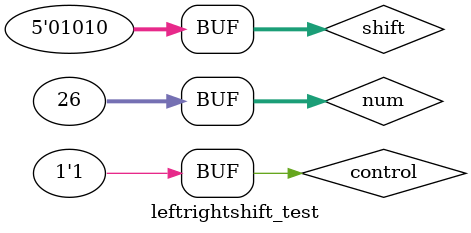
<source format=v>
`timescale 1ns / 1ps


module leftrightshift_test;

	// Inputs
	reg control;
	reg [4:0] shift;
	reg [31:0] num;

	// Outputs
	wire [31:0] out;

	// Instantiate the Unit Under Test (UUT)
	leftrightshift uut (
		.control(control), 
		.shift(shift), 
		.num(num), 
		.out(out)
	);

	initial begin
		// Initialize Inputs
		control = 0;
		shift = 0;
		num = 0;

		// Wait 100 ns for global reset to finish
		#100;
        
		// Add stimulus here
	
		control = 0; shift = 3; num = 31;
		#100;
		control = 1; shift = 3; num = 31;
		#100;
		control = 0; shift = 31; num = 127;
		#100;
		control = 1; shift = 31; num = 127;
		#100;
		control = 0; shift = 0; num = 127;
		#100;
		control = 0; shift = 12; num = 0;
		#100;
		control = 0; shift = 10; num = 26;
		#100;
		control = 1; shift = 10; num = 26;
		#100;

		
	end
      
endmodule


</source>
